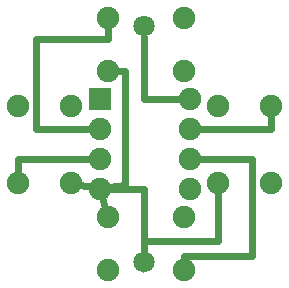
<source format=gbl>
G04 MADE WITH FRITZING*
G04 WWW.FRITZING.ORG*
G04 DOUBLE SIDED*
G04 HOLES PLATED*
G04 CONTOUR ON CENTER OF CONTOUR VECTOR*
%ASAXBY*%
%FSLAX23Y23*%
%MOIN*%
%OFA0B0*%
%SFA1.0B1.0*%
%ADD10C,0.071181*%
%ADD11C,0.075000*%
%ADD12R,0.075000X0.075000*%
%ADD13C,0.024000*%
%LNCOPPER0*%
G90*
G70*
G54D10*
X495Y95D03*
X495Y882D03*
X495Y95D03*
X495Y882D03*
X495Y95D03*
X495Y882D03*
G54D11*
X375Y245D03*
X631Y245D03*
X375Y68D03*
X631Y68D03*
X744Y357D03*
X744Y613D03*
X921Y357D03*
X921Y613D03*
X375Y908D03*
X631Y908D03*
X375Y731D03*
X631Y731D03*
X77Y357D03*
X77Y613D03*
X254Y357D03*
X254Y613D03*
X351Y639D03*
X651Y639D03*
X351Y539D03*
X651Y539D03*
X351Y439D03*
X651Y439D03*
X351Y339D03*
X651Y339D03*
G54D12*
X351Y639D03*
G54D13*
X495Y339D02*
X380Y339D01*
D02*
X495Y131D02*
X495Y339D01*
D02*
X495Y639D02*
X495Y845D01*
D02*
X622Y639D02*
X495Y639D01*
D02*
X744Y165D02*
X744Y328D01*
D02*
X495Y165D02*
X744Y165D01*
D02*
X495Y131D02*
X495Y165D01*
D02*
X323Y344D02*
X282Y351D01*
D02*
X433Y350D02*
X433Y731D01*
D02*
X433Y731D02*
X403Y731D01*
D02*
X379Y343D02*
X433Y350D01*
D02*
X358Y311D02*
X368Y273D01*
D02*
X680Y539D02*
X921Y539D01*
D02*
X921Y539D02*
X921Y584D01*
D02*
X631Y115D02*
X631Y96D01*
D02*
X856Y115D02*
X631Y115D01*
D02*
X856Y439D02*
X856Y115D01*
D02*
X680Y439D02*
X856Y439D01*
D02*
X322Y439D02*
X77Y439D01*
D02*
X77Y439D02*
X77Y385D01*
D02*
X137Y838D02*
X375Y838D01*
D02*
X375Y838D02*
X375Y880D01*
D02*
X137Y539D02*
X137Y838D01*
D02*
X322Y539D02*
X137Y539D01*
G04 End of Copper0*
M02*
</source>
